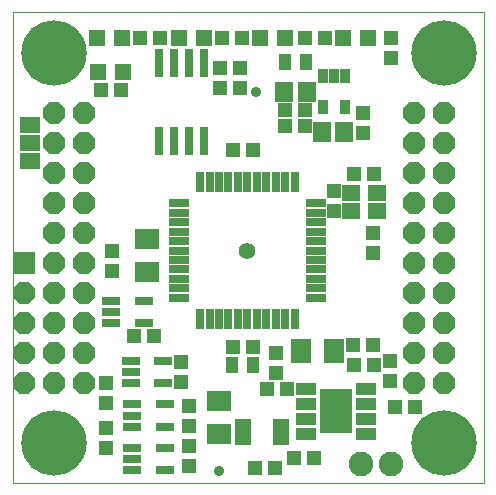
<source format=gbr>
G75*
%MOIN*%
%OFA0B0*%
%FSLAX24Y24*%
%IPPOS*%
%LPD*%
%AMOC8*
5,1,8,0,0,1.08239X$1,22.5*
%
%ADD10C,0.0010*%
%ADD11R,0.0671X0.0277*%
%ADD12R,0.0277X0.0671*%
%ADD13R,0.0474X0.0513*%
%ADD14R,0.0513X0.0474*%
%ADD15R,0.0592X0.0671*%
%ADD16R,0.0316X0.0946*%
%ADD17R,0.0789X0.0710*%
%ADD18R,0.0740X0.0740*%
%ADD19OC8,0.0740*%
%ADD20R,0.0395X0.0552*%
%ADD21R,0.0552X0.0552*%
%ADD22C,0.2180*%
%ADD23R,0.0710X0.0540*%
%ADD24R,0.0320X0.0470*%
%ADD25R,0.0673X0.0396*%
%ADD26R,0.1109X0.1458*%
%ADD27R,0.0710X0.0789*%
%ADD28R,0.0552X0.0867*%
%ADD29C,0.0356*%
%ADD30R,0.0631X0.0552*%
%ADD31R,0.0600X0.0300*%
%ADD32C,0.0820*%
%ADD33C,0.0560*%
D10*
X000280Y001140D02*
X000280Y016840D01*
X015980Y016840D01*
X015980Y001140D01*
X000280Y001140D01*
D11*
X005797Y007315D03*
X005797Y007630D03*
X005797Y007945D03*
X005797Y008260D03*
X005797Y008575D03*
X005797Y008890D03*
X005797Y009205D03*
X005797Y009520D03*
X005797Y009835D03*
X005797Y010150D03*
X005797Y010465D03*
X010363Y010465D03*
X010363Y010150D03*
X010363Y009835D03*
X010363Y009520D03*
X010363Y009205D03*
X010363Y008890D03*
X010363Y008575D03*
X010363Y008260D03*
X010363Y007945D03*
X010363Y007630D03*
X010363Y007315D03*
D12*
X009655Y006607D03*
X009340Y006607D03*
X009025Y006607D03*
X008710Y006607D03*
X008395Y006607D03*
X008080Y006607D03*
X007765Y006607D03*
X007450Y006607D03*
X007135Y006607D03*
X006820Y006607D03*
X006505Y006607D03*
X006505Y011173D03*
X006820Y011173D03*
X007135Y011173D03*
X007450Y011173D03*
X007765Y011173D03*
X008080Y011173D03*
X008395Y011173D03*
X008710Y011173D03*
X009025Y011173D03*
X009340Y011173D03*
X009655Y011173D03*
D13*
X010980Y010875D03*
X010980Y010205D03*
X012280Y009475D03*
X012280Y008805D03*
X012265Y005740D03*
X011595Y005740D03*
X012830Y005225D03*
X012830Y004555D03*
X012995Y003690D03*
X013665Y003690D03*
X010315Y001990D03*
X009645Y001990D03*
X009015Y001640D03*
X008345Y001640D03*
X006130Y001705D03*
X006130Y002375D03*
X006130Y003055D03*
X006130Y003725D03*
X005880Y004505D03*
X005880Y005175D03*
X003580Y008205D03*
X003580Y008875D03*
X003865Y014240D03*
X003195Y014240D03*
X004495Y015990D03*
X005165Y015990D03*
X007245Y015990D03*
X007915Y015990D03*
X009995Y015990D03*
X010665Y015990D03*
X010015Y013040D03*
X009345Y013040D03*
D14*
X009345Y013590D03*
X010015Y013590D03*
X008265Y012240D03*
X007595Y012240D03*
X007830Y014305D03*
X007830Y014975D03*
X007180Y014975D03*
X007180Y014305D03*
X011645Y011440D03*
X012315Y011440D03*
X011930Y012805D03*
X011930Y013475D03*
X012880Y015305D03*
X012880Y015975D03*
X004965Y006040D03*
X004295Y006040D03*
X003380Y004475D03*
X003380Y003805D03*
X003380Y002975D03*
X003380Y002305D03*
X007595Y005690D03*
X008265Y005690D03*
X009030Y005475D03*
X009030Y004805D03*
X008745Y004290D03*
X009415Y004290D03*
X011645Y005090D03*
X012315Y005090D03*
D15*
X011304Y012840D03*
X010556Y012840D03*
X010054Y014190D03*
X009306Y014190D03*
D16*
X006630Y015151D03*
X006130Y015151D03*
X005630Y015151D03*
X005130Y015151D03*
X005130Y012529D03*
X005630Y012529D03*
X006130Y012529D03*
X006630Y012529D03*
D17*
X004730Y009291D03*
X004730Y008189D03*
X007130Y003891D03*
X007130Y002789D03*
D18*
X000630Y008490D03*
D19*
X000630Y007490D03*
X000630Y006490D03*
X000630Y005490D03*
X000630Y004490D03*
X001630Y004490D03*
X001630Y005490D03*
X001630Y006490D03*
X001630Y007490D03*
X001630Y008490D03*
X001630Y009490D03*
X001630Y010490D03*
X001630Y011490D03*
X001630Y012490D03*
X001630Y013490D03*
X002630Y013490D03*
X002630Y012490D03*
X002630Y011490D03*
X002630Y010490D03*
X002630Y009490D03*
X002630Y008490D03*
X002630Y007490D03*
X002630Y006490D03*
X002630Y005490D03*
X002630Y004490D03*
X013630Y004490D03*
X013630Y005490D03*
X013630Y006490D03*
X013630Y007490D03*
X013630Y008490D03*
X013630Y009490D03*
X013630Y010490D03*
X013630Y011490D03*
X013630Y012490D03*
X013630Y013490D03*
X014630Y013490D03*
X014630Y012490D03*
X014630Y011490D03*
X014630Y010490D03*
X014630Y009490D03*
X014630Y008490D03*
X014630Y007490D03*
X014630Y006490D03*
X014630Y005490D03*
X014630Y004490D03*
D20*
X008284Y005090D03*
X007576Y005090D03*
X009326Y015190D03*
X010034Y015190D03*
D21*
X009343Y015990D03*
X008517Y015990D03*
X006643Y015990D03*
X005817Y015990D03*
X003893Y015990D03*
X003943Y014840D03*
X003117Y014840D03*
X003067Y015990D03*
X011267Y015990D03*
X012093Y015990D03*
D22*
X014630Y015490D03*
X014630Y002490D03*
X001630Y002490D03*
X001630Y015490D03*
D23*
X000830Y013090D03*
X000830Y012490D03*
X000830Y011890D03*
D24*
X010610Y013675D03*
X011350Y013675D03*
X011350Y014705D03*
X010980Y014705D03*
X010610Y014705D03*
D25*
X010030Y004290D03*
X010030Y003790D03*
X010030Y003290D03*
X010030Y002790D03*
X012030Y002790D03*
X012030Y003290D03*
X012030Y003790D03*
X012030Y004290D03*
D26*
X011030Y003540D03*
D27*
X010981Y005540D03*
X009879Y005540D03*
D28*
X009210Y002840D03*
X007950Y002840D03*
D29*
X007130Y001540D03*
X008380Y014190D03*
D30*
X011547Y010816D03*
X011547Y010225D03*
X012413Y010225D03*
X012413Y010816D03*
D31*
X005270Y005210D03*
X005270Y004470D03*
X005320Y003760D03*
X005320Y003020D03*
X005320Y002310D03*
X005320Y001570D03*
X004240Y001570D03*
X004240Y001940D03*
X004240Y002310D03*
X004240Y003020D03*
X004240Y003390D03*
X004240Y003760D03*
X004190Y004470D03*
X004190Y004840D03*
X004190Y005210D03*
X004620Y006470D03*
X004620Y007210D03*
X003540Y007210D03*
X003540Y006840D03*
X003540Y006470D03*
D32*
X011880Y001790D03*
X012880Y001790D03*
D33*
X008080Y008890D03*
M02*

</source>
